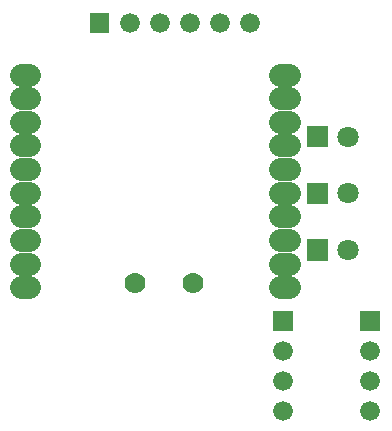
<source format=gbr>
G04 start of page 5 for group -4062 idx -4062 *
G04 Title: (unknown), soldermask *
G04 Creator: pcb 20091103 *
G04 CreationDate: Sun 30 Jan 2011 02:46:18 GMT UTC *
G04 For: thomas *
G04 Format: Gerber/RS-274X *
G04 PCB-Dimensions: 167323 163386 *
G04 PCB-Coordinate-Origin: lower left *
%MOIN*%
%FSLAX25Y25*%
%LNBACKMASK*%
%ADD13C,0.0200*%
%ADD31C,0.0660*%
%ADD32C,0.0750*%
%ADD33C,0.0700*%
%ADD34C,0.0710*%
G54D13*G36*
X54466Y146225D02*Y139625D01*
X61066D01*
Y146225D01*
X54466D01*
G37*
G54D31*X67766Y142925D03*
X77766D03*
X87766D03*
X97766D03*
G54D32*X32829Y54920D03*
G54D33*X69718Y56407D03*
X88930D03*
G54D32*X32829Y62794D03*
Y70668D03*
Y78542D03*
Y86416D03*
Y94289D03*
Y102163D03*
Y110037D03*
Y117911D03*
Y125785D03*
G54D31*X107766Y142925D03*
G54D32*X119443Y125785D03*
Y117911D03*
G54D34*X140522Y67334D03*
G54D13*G36*
X144732Y47001D02*Y40401D01*
X151332D01*
Y47001D01*
X144732D01*
G37*
G54D31*X148032Y33701D03*
Y23701D03*
Y13701D03*
G54D34*X140434Y105118D03*
Y86220D03*
G54D13*G36*
X126972Y70884D02*Y63784D01*
X134072D01*
Y70884D01*
X126972D01*
G37*
G54D32*X119443Y86416D03*
Y78542D03*
Y70668D03*
G54D13*G36*
X126884Y89770D02*Y82670D01*
X133984D01*
Y89770D01*
X126884D01*
G37*
G36*
Y108668D02*Y101568D01*
X133984D01*
Y108668D01*
X126884D01*
G37*
G54D32*X119443Y110037D03*
Y102163D03*
Y94289D03*
Y62794D03*
Y54920D03*
G54D13*G36*
X115598Y47001D02*Y40401D01*
X122198D01*
Y47001D01*
X115598D01*
G37*
G54D31*X118898Y33701D03*
Y23701D03*
Y13701D03*
G54D32*X118068Y54920D02*X120818D01*
X118068Y94289D02*X120818D01*
X118068Y86416D02*X120818D01*
X118068Y78542D02*X120818D01*
X118068Y70668D02*X120818D01*
X118068Y62794D02*X120818D01*
X118068Y125785D02*X120818D01*
X118068Y117911D02*X120818D01*
X118068Y110037D02*X120818D01*
X118068Y102163D02*X120818D01*
X31454D02*X34204D01*
X31454Y110037D02*X34204D01*
X31454Y117911D02*X34204D01*
X31454Y125785D02*X34204D01*
X31454Y54920D02*X34204D01*
X31454Y62794D02*X34204D01*
X31454Y70668D02*X34204D01*
X31454Y78542D02*X34204D01*
X31454Y86416D02*X34204D01*
X31454Y94289D02*X34204D01*
M02*

</source>
